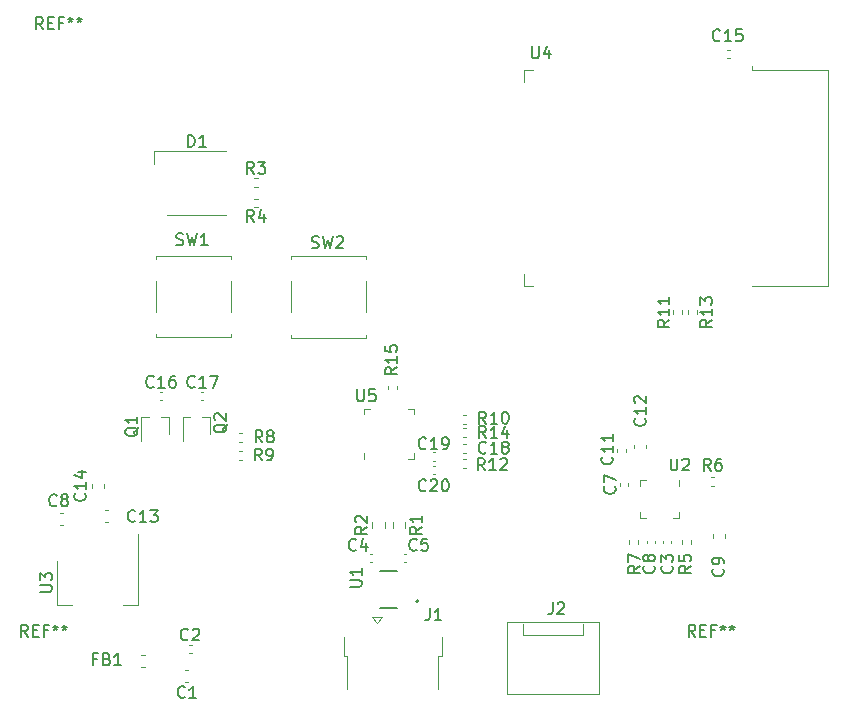
<source format=gbr>
%TF.GenerationSoftware,KiCad,Pcbnew,(6.0.7)*%
%TF.CreationDate,2022-10-04T00:35:33-03:00*%
%TF.ProjectId,wireless,77697265-6c65-4737-932e-6b696361645f,rev?*%
%TF.SameCoordinates,Original*%
%TF.FileFunction,Legend,Top*%
%TF.FilePolarity,Positive*%
%FSLAX46Y46*%
G04 Gerber Fmt 4.6, Leading zero omitted, Abs format (unit mm)*
G04 Created by KiCad (PCBNEW (6.0.7)) date 2022-10-04 00:35:33*
%MOMM*%
%LPD*%
G01*
G04 APERTURE LIST*
%ADD10C,0.150000*%
%ADD11C,0.120000*%
%ADD12C,0.127000*%
%ADD13C,0.200000*%
G04 APERTURE END LIST*
D10*
%TO.C,REF\u002A\u002A*%
X129411666Y-121122380D02*
X129078333Y-120646190D01*
X128840238Y-121122380D02*
X128840238Y-120122380D01*
X129221190Y-120122380D01*
X129316428Y-120170000D01*
X129364047Y-120217619D01*
X129411666Y-120312857D01*
X129411666Y-120455714D01*
X129364047Y-120550952D01*
X129316428Y-120598571D01*
X129221190Y-120646190D01*
X128840238Y-120646190D01*
X129840238Y-120598571D02*
X130173571Y-120598571D01*
X130316428Y-121122380D02*
X129840238Y-121122380D01*
X129840238Y-120122380D01*
X130316428Y-120122380D01*
X131078333Y-120598571D02*
X130745000Y-120598571D01*
X130745000Y-121122380D02*
X130745000Y-120122380D01*
X131221190Y-120122380D01*
X131745000Y-120122380D02*
X131745000Y-120360476D01*
X131506904Y-120265238D02*
X131745000Y-120360476D01*
X131983095Y-120265238D01*
X131602142Y-120550952D02*
X131745000Y-120360476D01*
X131887857Y-120550952D01*
X132506904Y-120122380D02*
X132506904Y-120360476D01*
X132268809Y-120265238D02*
X132506904Y-120360476D01*
X132745000Y-120265238D01*
X132364047Y-120550952D02*
X132506904Y-120360476D01*
X132649761Y-120550952D01*
X72896666Y-121122380D02*
X72563333Y-120646190D01*
X72325238Y-121122380D02*
X72325238Y-120122380D01*
X72706190Y-120122380D01*
X72801428Y-120170000D01*
X72849047Y-120217619D01*
X72896666Y-120312857D01*
X72896666Y-120455714D01*
X72849047Y-120550952D01*
X72801428Y-120598571D01*
X72706190Y-120646190D01*
X72325238Y-120646190D01*
X73325238Y-120598571D02*
X73658571Y-120598571D01*
X73801428Y-121122380D02*
X73325238Y-121122380D01*
X73325238Y-120122380D01*
X73801428Y-120122380D01*
X74563333Y-120598571D02*
X74230000Y-120598571D01*
X74230000Y-121122380D02*
X74230000Y-120122380D01*
X74706190Y-120122380D01*
X75230000Y-120122380D02*
X75230000Y-120360476D01*
X74991904Y-120265238D02*
X75230000Y-120360476D01*
X75468095Y-120265238D01*
X75087142Y-120550952D02*
X75230000Y-120360476D01*
X75372857Y-120550952D01*
X75991904Y-120122380D02*
X75991904Y-120360476D01*
X75753809Y-120265238D02*
X75991904Y-120360476D01*
X76230000Y-120265238D01*
X75849047Y-120550952D02*
X75991904Y-120360476D01*
X76134761Y-120550952D01*
X74166666Y-69687380D02*
X73833333Y-69211190D01*
X73595238Y-69687380D02*
X73595238Y-68687380D01*
X73976190Y-68687380D01*
X74071428Y-68735000D01*
X74119047Y-68782619D01*
X74166666Y-68877857D01*
X74166666Y-69020714D01*
X74119047Y-69115952D01*
X74071428Y-69163571D01*
X73976190Y-69211190D01*
X73595238Y-69211190D01*
X74595238Y-69163571D02*
X74928571Y-69163571D01*
X75071428Y-69687380D02*
X74595238Y-69687380D01*
X74595238Y-68687380D01*
X75071428Y-68687380D01*
X75833333Y-69163571D02*
X75500000Y-69163571D01*
X75500000Y-69687380D02*
X75500000Y-68687380D01*
X75976190Y-68687380D01*
X76500000Y-68687380D02*
X76500000Y-68925476D01*
X76261904Y-68830238D02*
X76500000Y-68925476D01*
X76738095Y-68830238D01*
X76357142Y-69115952D02*
X76500000Y-68925476D01*
X76642857Y-69115952D01*
X77261904Y-68687380D02*
X77261904Y-68925476D01*
X77023809Y-68830238D02*
X77261904Y-68925476D01*
X77500000Y-68830238D01*
X77119047Y-69115952D02*
X77261904Y-68925476D01*
X77404761Y-69115952D01*
%TO.C,R15*%
X104146380Y-98334857D02*
X103670190Y-98668190D01*
X104146380Y-98906285D02*
X103146380Y-98906285D01*
X103146380Y-98525333D01*
X103194000Y-98430095D01*
X103241619Y-98382476D01*
X103336857Y-98334857D01*
X103479714Y-98334857D01*
X103574952Y-98382476D01*
X103622571Y-98430095D01*
X103670190Y-98525333D01*
X103670190Y-98906285D01*
X104146380Y-97382476D02*
X104146380Y-97953904D01*
X104146380Y-97668190D02*
X103146380Y-97668190D01*
X103289238Y-97763428D01*
X103384476Y-97858666D01*
X103432095Y-97953904D01*
X103146380Y-96477714D02*
X103146380Y-96953904D01*
X103622571Y-97001523D01*
X103574952Y-96953904D01*
X103527333Y-96858666D01*
X103527333Y-96620571D01*
X103574952Y-96525333D01*
X103622571Y-96477714D01*
X103717809Y-96430095D01*
X103955904Y-96430095D01*
X104051142Y-96477714D01*
X104098761Y-96525333D01*
X104146380Y-96620571D01*
X104146380Y-96858666D01*
X104098761Y-96953904D01*
X104051142Y-97001523D01*
%TO.C,J1*%
X106916666Y-118734380D02*
X106916666Y-119448666D01*
X106869047Y-119591523D01*
X106773809Y-119686761D01*
X106630952Y-119734380D01*
X106535714Y-119734380D01*
X107916666Y-119734380D02*
X107345238Y-119734380D01*
X107630952Y-119734380D02*
X107630952Y-118734380D01*
X107535714Y-118877238D01*
X107440476Y-118972476D01*
X107345238Y-119020095D01*
%TO.C,U5*%
X100773095Y-100192380D02*
X100773095Y-101001904D01*
X100820714Y-101097142D01*
X100868333Y-101144761D01*
X100963571Y-101192380D01*
X101154047Y-101192380D01*
X101249285Y-101144761D01*
X101296904Y-101097142D01*
X101344523Y-101001904D01*
X101344523Y-100192380D01*
X102296904Y-100192380D02*
X101820714Y-100192380D01*
X101773095Y-100668571D01*
X101820714Y-100620952D01*
X101915952Y-100573333D01*
X102154047Y-100573333D01*
X102249285Y-100620952D01*
X102296904Y-100668571D01*
X102344523Y-100763809D01*
X102344523Y-101001904D01*
X102296904Y-101097142D01*
X102249285Y-101144761D01*
X102154047Y-101192380D01*
X101915952Y-101192380D01*
X101820714Y-101144761D01*
X101773095Y-101097142D01*
%TO.C,R8*%
X92753133Y-104668580D02*
X92419800Y-104192390D01*
X92181704Y-104668580D02*
X92181704Y-103668580D01*
X92562657Y-103668580D01*
X92657895Y-103716200D01*
X92705514Y-103763819D01*
X92753133Y-103859057D01*
X92753133Y-104001914D01*
X92705514Y-104097152D01*
X92657895Y-104144771D01*
X92562657Y-104192390D01*
X92181704Y-104192390D01*
X93324561Y-104097152D02*
X93229323Y-104049533D01*
X93181704Y-104001914D01*
X93134085Y-103906676D01*
X93134085Y-103859057D01*
X93181704Y-103763819D01*
X93229323Y-103716200D01*
X93324561Y-103668580D01*
X93515038Y-103668580D01*
X93610276Y-103716200D01*
X93657895Y-103763819D01*
X93705514Y-103859057D01*
X93705514Y-103906676D01*
X93657895Y-104001914D01*
X93610276Y-104049533D01*
X93515038Y-104097152D01*
X93324561Y-104097152D01*
X93229323Y-104144771D01*
X93181704Y-104192390D01*
X93134085Y-104287628D01*
X93134085Y-104478104D01*
X93181704Y-104573342D01*
X93229323Y-104620961D01*
X93324561Y-104668580D01*
X93515038Y-104668580D01*
X93610276Y-104620961D01*
X93657895Y-104573342D01*
X93705514Y-104478104D01*
X93705514Y-104287628D01*
X93657895Y-104192390D01*
X93610276Y-104144771D01*
X93515038Y-104097152D01*
%TO.C,C5*%
X105813333Y-113746342D02*
X105765714Y-113793961D01*
X105622857Y-113841580D01*
X105527619Y-113841580D01*
X105384761Y-113793961D01*
X105289523Y-113698723D01*
X105241904Y-113603485D01*
X105194285Y-113413009D01*
X105194285Y-113270152D01*
X105241904Y-113079676D01*
X105289523Y-112984438D01*
X105384761Y-112889200D01*
X105527619Y-112841580D01*
X105622857Y-112841580D01*
X105765714Y-112889200D01*
X105813333Y-112936819D01*
X106718095Y-112841580D02*
X106241904Y-112841580D01*
X106194285Y-113317771D01*
X106241904Y-113270152D01*
X106337142Y-113222533D01*
X106575238Y-113222533D01*
X106670476Y-113270152D01*
X106718095Y-113317771D01*
X106765714Y-113413009D01*
X106765714Y-113651104D01*
X106718095Y-113746342D01*
X106670476Y-113793961D01*
X106575238Y-113841580D01*
X106337142Y-113841580D01*
X106241904Y-113793961D01*
X106194285Y-113746342D01*
%TO.C,C2*%
X86457283Y-121342742D02*
X86409664Y-121390361D01*
X86266807Y-121437980D01*
X86171569Y-121437980D01*
X86028711Y-121390361D01*
X85933473Y-121295123D01*
X85885854Y-121199885D01*
X85838235Y-121009409D01*
X85838235Y-120866552D01*
X85885854Y-120676076D01*
X85933473Y-120580838D01*
X86028711Y-120485600D01*
X86171569Y-120437980D01*
X86266807Y-120437980D01*
X86409664Y-120485600D01*
X86457283Y-120533219D01*
X86838235Y-120533219D02*
X86885854Y-120485600D01*
X86981092Y-120437980D01*
X87219188Y-120437980D01*
X87314426Y-120485600D01*
X87362045Y-120533219D01*
X87409664Y-120628457D01*
X87409664Y-120723695D01*
X87362045Y-120866552D01*
X86790616Y-121437980D01*
X87409664Y-121437980D01*
%TO.C,C13*%
X81977142Y-111317142D02*
X81929523Y-111364761D01*
X81786666Y-111412380D01*
X81691428Y-111412380D01*
X81548571Y-111364761D01*
X81453333Y-111269523D01*
X81405714Y-111174285D01*
X81358095Y-110983809D01*
X81358095Y-110840952D01*
X81405714Y-110650476D01*
X81453333Y-110555238D01*
X81548571Y-110460000D01*
X81691428Y-110412380D01*
X81786666Y-110412380D01*
X81929523Y-110460000D01*
X81977142Y-110507619D01*
X82929523Y-111412380D02*
X82358095Y-111412380D01*
X82643809Y-111412380D02*
X82643809Y-110412380D01*
X82548571Y-110555238D01*
X82453333Y-110650476D01*
X82358095Y-110698095D01*
X83262857Y-110412380D02*
X83881904Y-110412380D01*
X83548571Y-110793333D01*
X83691428Y-110793333D01*
X83786666Y-110840952D01*
X83834285Y-110888571D01*
X83881904Y-110983809D01*
X83881904Y-111221904D01*
X83834285Y-111317142D01*
X83786666Y-111364761D01*
X83691428Y-111412380D01*
X83405714Y-111412380D01*
X83310476Y-111364761D01*
X83262857Y-111317142D01*
%TO.C,R7*%
X124720380Y-115130666D02*
X124244190Y-115464000D01*
X124720380Y-115702095D02*
X123720380Y-115702095D01*
X123720380Y-115321142D01*
X123768000Y-115225904D01*
X123815619Y-115178285D01*
X123910857Y-115130666D01*
X124053714Y-115130666D01*
X124148952Y-115178285D01*
X124196571Y-115225904D01*
X124244190Y-115321142D01*
X124244190Y-115702095D01*
X123720380Y-114797333D02*
X123720380Y-114130666D01*
X124720380Y-114559238D01*
%TO.C,C17*%
X87017142Y-99947142D02*
X86969523Y-99994761D01*
X86826666Y-100042380D01*
X86731428Y-100042380D01*
X86588571Y-99994761D01*
X86493333Y-99899523D01*
X86445714Y-99804285D01*
X86398095Y-99613809D01*
X86398095Y-99470952D01*
X86445714Y-99280476D01*
X86493333Y-99185238D01*
X86588571Y-99090000D01*
X86731428Y-99042380D01*
X86826666Y-99042380D01*
X86969523Y-99090000D01*
X87017142Y-99137619D01*
X87969523Y-100042380D02*
X87398095Y-100042380D01*
X87683809Y-100042380D02*
X87683809Y-99042380D01*
X87588571Y-99185238D01*
X87493333Y-99280476D01*
X87398095Y-99328095D01*
X88302857Y-99042380D02*
X88969523Y-99042380D01*
X88540952Y-100042380D01*
%TO.C,C8*%
X75333333Y-109987142D02*
X75285714Y-110034761D01*
X75142857Y-110082380D01*
X75047619Y-110082380D01*
X74904761Y-110034761D01*
X74809523Y-109939523D01*
X74761904Y-109844285D01*
X74714285Y-109653809D01*
X74714285Y-109510952D01*
X74761904Y-109320476D01*
X74809523Y-109225238D01*
X74904761Y-109130000D01*
X75047619Y-109082380D01*
X75142857Y-109082380D01*
X75285714Y-109130000D01*
X75333333Y-109177619D01*
X75904761Y-109510952D02*
X75809523Y-109463333D01*
X75761904Y-109415714D01*
X75714285Y-109320476D01*
X75714285Y-109272857D01*
X75761904Y-109177619D01*
X75809523Y-109130000D01*
X75904761Y-109082380D01*
X76095238Y-109082380D01*
X76190476Y-109130000D01*
X76238095Y-109177619D01*
X76285714Y-109272857D01*
X76285714Y-109320476D01*
X76238095Y-109415714D01*
X76190476Y-109463333D01*
X76095238Y-109510952D01*
X75904761Y-109510952D01*
X75809523Y-109558571D01*
X75761904Y-109606190D01*
X75714285Y-109701428D01*
X75714285Y-109891904D01*
X75761904Y-109987142D01*
X75809523Y-110034761D01*
X75904761Y-110082380D01*
X76095238Y-110082380D01*
X76190476Y-110034761D01*
X76238095Y-109987142D01*
X76285714Y-109891904D01*
X76285714Y-109701428D01*
X76238095Y-109606190D01*
X76190476Y-109558571D01*
X76095238Y-109510952D01*
%TO.C,C3*%
X127419142Y-115130666D02*
X127466761Y-115178285D01*
X127514380Y-115321142D01*
X127514380Y-115416380D01*
X127466761Y-115559238D01*
X127371523Y-115654476D01*
X127276285Y-115702095D01*
X127085809Y-115749714D01*
X126942952Y-115749714D01*
X126752476Y-115702095D01*
X126657238Y-115654476D01*
X126562000Y-115559238D01*
X126514380Y-115416380D01*
X126514380Y-115321142D01*
X126562000Y-115178285D01*
X126609619Y-115130666D01*
X126514380Y-114797333D02*
X126514380Y-114178285D01*
X126895333Y-114511619D01*
X126895333Y-114368761D01*
X126942952Y-114273523D01*
X126990571Y-114225904D01*
X127085809Y-114178285D01*
X127323904Y-114178285D01*
X127419142Y-114225904D01*
X127466761Y-114273523D01*
X127514380Y-114368761D01*
X127514380Y-114654476D01*
X127466761Y-114749714D01*
X127419142Y-114797333D01*
%TO.C,C4*%
X100682533Y-113746342D02*
X100634914Y-113793961D01*
X100492057Y-113841580D01*
X100396819Y-113841580D01*
X100253961Y-113793961D01*
X100158723Y-113698723D01*
X100111104Y-113603485D01*
X100063485Y-113413009D01*
X100063485Y-113270152D01*
X100111104Y-113079676D01*
X100158723Y-112984438D01*
X100253961Y-112889200D01*
X100396819Y-112841580D01*
X100492057Y-112841580D01*
X100634914Y-112889200D01*
X100682533Y-112936819D01*
X101539676Y-113174914D02*
X101539676Y-113841580D01*
X101301580Y-112793961D02*
X101063485Y-113508247D01*
X101682533Y-113508247D01*
%TO.C,C19*%
X106607142Y-105161142D02*
X106559523Y-105208761D01*
X106416666Y-105256380D01*
X106321428Y-105256380D01*
X106178571Y-105208761D01*
X106083333Y-105113523D01*
X106035714Y-105018285D01*
X105988095Y-104827809D01*
X105988095Y-104684952D01*
X106035714Y-104494476D01*
X106083333Y-104399238D01*
X106178571Y-104304000D01*
X106321428Y-104256380D01*
X106416666Y-104256380D01*
X106559523Y-104304000D01*
X106607142Y-104351619D01*
X107559523Y-105256380D02*
X106988095Y-105256380D01*
X107273809Y-105256380D02*
X107273809Y-104256380D01*
X107178571Y-104399238D01*
X107083333Y-104494476D01*
X106988095Y-104542095D01*
X108035714Y-105256380D02*
X108226190Y-105256380D01*
X108321428Y-105208761D01*
X108369047Y-105161142D01*
X108464285Y-105018285D01*
X108511904Y-104827809D01*
X108511904Y-104446857D01*
X108464285Y-104351619D01*
X108416666Y-104304000D01*
X108321428Y-104256380D01*
X108130952Y-104256380D01*
X108035714Y-104304000D01*
X107988095Y-104351619D01*
X107940476Y-104446857D01*
X107940476Y-104684952D01*
X107988095Y-104780190D01*
X108035714Y-104827809D01*
X108130952Y-104875428D01*
X108321428Y-104875428D01*
X108416666Y-104827809D01*
X108464285Y-104780190D01*
X108511904Y-104684952D01*
%TO.C,C14*%
X77729142Y-109002857D02*
X77776761Y-109050476D01*
X77824380Y-109193333D01*
X77824380Y-109288571D01*
X77776761Y-109431428D01*
X77681523Y-109526666D01*
X77586285Y-109574285D01*
X77395809Y-109621904D01*
X77252952Y-109621904D01*
X77062476Y-109574285D01*
X76967238Y-109526666D01*
X76872000Y-109431428D01*
X76824380Y-109288571D01*
X76824380Y-109193333D01*
X76872000Y-109050476D01*
X76919619Y-109002857D01*
X77824380Y-108050476D02*
X77824380Y-108621904D01*
X77824380Y-108336190D02*
X76824380Y-108336190D01*
X76967238Y-108431428D01*
X77062476Y-108526666D01*
X77110095Y-108621904D01*
X77157714Y-107193333D02*
X77824380Y-107193333D01*
X76776761Y-107431428D02*
X77491047Y-107669523D01*
X77491047Y-107050476D01*
%TO.C,R14*%
X111687142Y-104312980D02*
X111353809Y-103836790D01*
X111115714Y-104312980D02*
X111115714Y-103312980D01*
X111496666Y-103312980D01*
X111591904Y-103360600D01*
X111639523Y-103408219D01*
X111687142Y-103503457D01*
X111687142Y-103646314D01*
X111639523Y-103741552D01*
X111591904Y-103789171D01*
X111496666Y-103836790D01*
X111115714Y-103836790D01*
X112639523Y-104312980D02*
X112068095Y-104312980D01*
X112353809Y-104312980D02*
X112353809Y-103312980D01*
X112258571Y-103455838D01*
X112163333Y-103551076D01*
X112068095Y-103598695D01*
X113496666Y-103646314D02*
X113496666Y-104312980D01*
X113258571Y-103265361D02*
X113020476Y-103979647D01*
X113639523Y-103979647D01*
%TO.C,R2*%
X101617380Y-111825066D02*
X101141190Y-112158400D01*
X101617380Y-112396495D02*
X100617380Y-112396495D01*
X100617380Y-112015542D01*
X100665000Y-111920304D01*
X100712619Y-111872685D01*
X100807857Y-111825066D01*
X100950714Y-111825066D01*
X101045952Y-111872685D01*
X101093571Y-111920304D01*
X101141190Y-112015542D01*
X101141190Y-112396495D01*
X100712619Y-111444114D02*
X100665000Y-111396495D01*
X100617380Y-111301257D01*
X100617380Y-111063161D01*
X100665000Y-110967923D01*
X100712619Y-110920304D01*
X100807857Y-110872685D01*
X100903095Y-110872685D01*
X101045952Y-110920304D01*
X101617380Y-111491733D01*
X101617380Y-110872685D01*
%TO.C,C20*%
X106607142Y-108717142D02*
X106559523Y-108764761D01*
X106416666Y-108812380D01*
X106321428Y-108812380D01*
X106178571Y-108764761D01*
X106083333Y-108669523D01*
X106035714Y-108574285D01*
X105988095Y-108383809D01*
X105988095Y-108240952D01*
X106035714Y-108050476D01*
X106083333Y-107955238D01*
X106178571Y-107860000D01*
X106321428Y-107812380D01*
X106416666Y-107812380D01*
X106559523Y-107860000D01*
X106607142Y-107907619D01*
X106988095Y-107907619D02*
X107035714Y-107860000D01*
X107130952Y-107812380D01*
X107369047Y-107812380D01*
X107464285Y-107860000D01*
X107511904Y-107907619D01*
X107559523Y-108002857D01*
X107559523Y-108098095D01*
X107511904Y-108240952D01*
X106940476Y-108812380D01*
X107559523Y-108812380D01*
X108178571Y-107812380D02*
X108273809Y-107812380D01*
X108369047Y-107860000D01*
X108416666Y-107907619D01*
X108464285Y-108002857D01*
X108511904Y-108193333D01*
X108511904Y-108431428D01*
X108464285Y-108621904D01*
X108416666Y-108717142D01*
X108369047Y-108764761D01*
X108273809Y-108812380D01*
X108178571Y-108812380D01*
X108083333Y-108764761D01*
X108035714Y-108717142D01*
X107988095Y-108621904D01*
X107940476Y-108431428D01*
X107940476Y-108193333D01*
X107988095Y-108002857D01*
X108035714Y-107907619D01*
X108083333Y-107860000D01*
X108178571Y-107812380D01*
%TO.C,R13*%
X130816380Y-94301657D02*
X130340190Y-94634990D01*
X130816380Y-94873085D02*
X129816380Y-94873085D01*
X129816380Y-94492133D01*
X129864000Y-94396895D01*
X129911619Y-94349276D01*
X130006857Y-94301657D01*
X130149714Y-94301657D01*
X130244952Y-94349276D01*
X130292571Y-94396895D01*
X130340190Y-94492133D01*
X130340190Y-94873085D01*
X130816380Y-93349276D02*
X130816380Y-93920704D01*
X130816380Y-93634990D02*
X129816380Y-93634990D01*
X129959238Y-93730228D01*
X130054476Y-93825466D01*
X130102095Y-93920704D01*
X129816380Y-93015942D02*
X129816380Y-92396895D01*
X130197333Y-92730228D01*
X130197333Y-92587371D01*
X130244952Y-92492133D01*
X130292571Y-92444514D01*
X130387809Y-92396895D01*
X130625904Y-92396895D01*
X130721142Y-92444514D01*
X130768761Y-92492133D01*
X130816380Y-92587371D01*
X130816380Y-92873085D01*
X130768761Y-92968323D01*
X130721142Y-93015942D01*
%TO.C,U1*%
X100149180Y-116894304D02*
X100958704Y-116894304D01*
X101053942Y-116846685D01*
X101101561Y-116799066D01*
X101149180Y-116703828D01*
X101149180Y-116513352D01*
X101101561Y-116418114D01*
X101053942Y-116370495D01*
X100958704Y-116322876D01*
X100149180Y-116322876D01*
X101149180Y-115322876D02*
X101149180Y-115894304D01*
X101149180Y-115608590D02*
X100149180Y-115608590D01*
X100292038Y-115703828D01*
X100387276Y-115799066D01*
X100434895Y-115894304D01*
%TO.C,R11*%
X127222180Y-94301657D02*
X126745990Y-94634990D01*
X127222180Y-94873085D02*
X126222180Y-94873085D01*
X126222180Y-94492133D01*
X126269800Y-94396895D01*
X126317419Y-94349276D01*
X126412657Y-94301657D01*
X126555514Y-94301657D01*
X126650752Y-94349276D01*
X126698371Y-94396895D01*
X126745990Y-94492133D01*
X126745990Y-94873085D01*
X127222180Y-93349276D02*
X127222180Y-93920704D01*
X127222180Y-93634990D02*
X126222180Y-93634990D01*
X126365038Y-93730228D01*
X126460276Y-93825466D01*
X126507895Y-93920704D01*
X127222180Y-92396895D02*
X127222180Y-92968323D01*
X127222180Y-92682609D02*
X126222180Y-92682609D01*
X126365038Y-92777847D01*
X126460276Y-92873085D01*
X126507895Y-92968323D01*
%TO.C,C16*%
X83537142Y-99947142D02*
X83489523Y-99994761D01*
X83346666Y-100042380D01*
X83251428Y-100042380D01*
X83108571Y-99994761D01*
X83013333Y-99899523D01*
X82965714Y-99804285D01*
X82918095Y-99613809D01*
X82918095Y-99470952D01*
X82965714Y-99280476D01*
X83013333Y-99185238D01*
X83108571Y-99090000D01*
X83251428Y-99042380D01*
X83346666Y-99042380D01*
X83489523Y-99090000D01*
X83537142Y-99137619D01*
X84489523Y-100042380D02*
X83918095Y-100042380D01*
X84203809Y-100042380D02*
X84203809Y-99042380D01*
X84108571Y-99185238D01*
X84013333Y-99280476D01*
X83918095Y-99328095D01*
X85346666Y-99042380D02*
X85156190Y-99042380D01*
X85060952Y-99090000D01*
X85013333Y-99137619D01*
X84918095Y-99280476D01*
X84870476Y-99470952D01*
X84870476Y-99851904D01*
X84918095Y-99947142D01*
X84965714Y-99994761D01*
X85060952Y-100042380D01*
X85251428Y-100042380D01*
X85346666Y-99994761D01*
X85394285Y-99947142D01*
X85441904Y-99851904D01*
X85441904Y-99613809D01*
X85394285Y-99518571D01*
X85346666Y-99470952D01*
X85251428Y-99423333D01*
X85060952Y-99423333D01*
X84965714Y-99470952D01*
X84918095Y-99518571D01*
X84870476Y-99613809D01*
%TO.C,C15*%
X131499142Y-70617142D02*
X131451523Y-70664761D01*
X131308666Y-70712380D01*
X131213428Y-70712380D01*
X131070571Y-70664761D01*
X130975333Y-70569523D01*
X130927714Y-70474285D01*
X130880095Y-70283809D01*
X130880095Y-70140952D01*
X130927714Y-69950476D01*
X130975333Y-69855238D01*
X131070571Y-69760000D01*
X131213428Y-69712380D01*
X131308666Y-69712380D01*
X131451523Y-69760000D01*
X131499142Y-69807619D01*
X132451523Y-70712380D02*
X131880095Y-70712380D01*
X132165809Y-70712380D02*
X132165809Y-69712380D01*
X132070571Y-69855238D01*
X131975333Y-69950476D01*
X131880095Y-69998095D01*
X133356285Y-69712380D02*
X132880095Y-69712380D01*
X132832476Y-70188571D01*
X132880095Y-70140952D01*
X132975333Y-70093333D01*
X133213428Y-70093333D01*
X133308666Y-70140952D01*
X133356285Y-70188571D01*
X133403904Y-70283809D01*
X133403904Y-70521904D01*
X133356285Y-70617142D01*
X133308666Y-70664761D01*
X133213428Y-70712380D01*
X132975333Y-70712380D01*
X132880095Y-70664761D01*
X132832476Y-70617142D01*
%TO.C,R3*%
X92046533Y-81922380D02*
X91713200Y-81446190D01*
X91475104Y-81922380D02*
X91475104Y-80922380D01*
X91856057Y-80922380D01*
X91951295Y-80970000D01*
X91998914Y-81017619D01*
X92046533Y-81112857D01*
X92046533Y-81255714D01*
X91998914Y-81350952D01*
X91951295Y-81398571D01*
X91856057Y-81446190D01*
X91475104Y-81446190D01*
X92379866Y-80922380D02*
X92998914Y-80922380D01*
X92665580Y-81303333D01*
X92808438Y-81303333D01*
X92903676Y-81350952D01*
X92951295Y-81398571D01*
X92998914Y-81493809D01*
X92998914Y-81731904D01*
X92951295Y-81827142D01*
X92903676Y-81874761D01*
X92808438Y-81922380D01*
X92522723Y-81922380D01*
X92427485Y-81874761D01*
X92379866Y-81827142D01*
%TO.C,C11*%
X122339142Y-105913657D02*
X122386761Y-105961276D01*
X122434380Y-106104133D01*
X122434380Y-106199371D01*
X122386761Y-106342228D01*
X122291523Y-106437466D01*
X122196285Y-106485085D01*
X122005809Y-106532704D01*
X121862952Y-106532704D01*
X121672476Y-106485085D01*
X121577238Y-106437466D01*
X121482000Y-106342228D01*
X121434380Y-106199371D01*
X121434380Y-106104133D01*
X121482000Y-105961276D01*
X121529619Y-105913657D01*
X122434380Y-104961276D02*
X122434380Y-105532704D01*
X122434380Y-105246990D02*
X121434380Y-105246990D01*
X121577238Y-105342228D01*
X121672476Y-105437466D01*
X121720095Y-105532704D01*
X122434380Y-104008895D02*
X122434380Y-104580323D01*
X122434380Y-104294609D02*
X121434380Y-104294609D01*
X121577238Y-104389847D01*
X121672476Y-104485085D01*
X121720095Y-104580323D01*
%TO.C,C1*%
X86190883Y-126227142D02*
X86143264Y-126274761D01*
X86000407Y-126322380D01*
X85905169Y-126322380D01*
X85762311Y-126274761D01*
X85667073Y-126179523D01*
X85619454Y-126084285D01*
X85571835Y-125893809D01*
X85571835Y-125750952D01*
X85619454Y-125560476D01*
X85667073Y-125465238D01*
X85762311Y-125370000D01*
X85905169Y-125322380D01*
X86000407Y-125322380D01*
X86143264Y-125370000D01*
X86190883Y-125417619D01*
X87143264Y-126322380D02*
X86571835Y-126322380D01*
X86857550Y-126322380D02*
X86857550Y-125322380D01*
X86762311Y-125465238D01*
X86667073Y-125560476D01*
X86571835Y-125608095D01*
%TO.C,C7*%
X122567142Y-108396666D02*
X122614761Y-108444285D01*
X122662380Y-108587142D01*
X122662380Y-108682380D01*
X122614761Y-108825238D01*
X122519523Y-108920476D01*
X122424285Y-108968095D01*
X122233809Y-109015714D01*
X122090952Y-109015714D01*
X121900476Y-108968095D01*
X121805238Y-108920476D01*
X121710000Y-108825238D01*
X121662380Y-108682380D01*
X121662380Y-108587142D01*
X121710000Y-108444285D01*
X121757619Y-108396666D01*
X121662380Y-108063333D02*
X121662380Y-107396666D01*
X122662380Y-107825238D01*
%TO.C,C8*%
X125895142Y-115130666D02*
X125942761Y-115178285D01*
X125990380Y-115321142D01*
X125990380Y-115416380D01*
X125942761Y-115559238D01*
X125847523Y-115654476D01*
X125752285Y-115702095D01*
X125561809Y-115749714D01*
X125418952Y-115749714D01*
X125228476Y-115702095D01*
X125133238Y-115654476D01*
X125038000Y-115559238D01*
X124990380Y-115416380D01*
X124990380Y-115321142D01*
X125038000Y-115178285D01*
X125085619Y-115130666D01*
X125418952Y-114559238D02*
X125371333Y-114654476D01*
X125323714Y-114702095D01*
X125228476Y-114749714D01*
X125180857Y-114749714D01*
X125085619Y-114702095D01*
X125038000Y-114654476D01*
X124990380Y-114559238D01*
X124990380Y-114368761D01*
X125038000Y-114273523D01*
X125085619Y-114225904D01*
X125180857Y-114178285D01*
X125228476Y-114178285D01*
X125323714Y-114225904D01*
X125371333Y-114273523D01*
X125418952Y-114368761D01*
X125418952Y-114559238D01*
X125466571Y-114654476D01*
X125514190Y-114702095D01*
X125609428Y-114749714D01*
X125799904Y-114749714D01*
X125895142Y-114702095D01*
X125942761Y-114654476D01*
X125990380Y-114559238D01*
X125990380Y-114368761D01*
X125942761Y-114273523D01*
X125895142Y-114225904D01*
X125799904Y-114178285D01*
X125609428Y-114178285D01*
X125514190Y-114225904D01*
X125466571Y-114273523D01*
X125418952Y-114368761D01*
%TO.C,U3*%
X73936380Y-117321904D02*
X74745904Y-117321904D01*
X74841142Y-117274285D01*
X74888761Y-117226666D01*
X74936380Y-117131428D01*
X74936380Y-116940952D01*
X74888761Y-116845714D01*
X74841142Y-116798095D01*
X74745904Y-116750476D01*
X73936380Y-116750476D01*
X73936380Y-116369523D02*
X73936380Y-115750476D01*
X74317333Y-116083809D01*
X74317333Y-115940952D01*
X74364952Y-115845714D01*
X74412571Y-115798095D01*
X74507809Y-115750476D01*
X74745904Y-115750476D01*
X74841142Y-115798095D01*
X74888761Y-115845714D01*
X74936380Y-115940952D01*
X74936380Y-116226666D01*
X74888761Y-116321904D01*
X74841142Y-116369523D01*
%TO.C,R10*%
X111687142Y-103097380D02*
X111353809Y-102621190D01*
X111115714Y-103097380D02*
X111115714Y-102097380D01*
X111496666Y-102097380D01*
X111591904Y-102145000D01*
X111639523Y-102192619D01*
X111687142Y-102287857D01*
X111687142Y-102430714D01*
X111639523Y-102525952D01*
X111591904Y-102573571D01*
X111496666Y-102621190D01*
X111115714Y-102621190D01*
X112639523Y-103097380D02*
X112068095Y-103097380D01*
X112353809Y-103097380D02*
X112353809Y-102097380D01*
X112258571Y-102240238D01*
X112163333Y-102335476D01*
X112068095Y-102383095D01*
X113258571Y-102097380D02*
X113353809Y-102097380D01*
X113449047Y-102145000D01*
X113496666Y-102192619D01*
X113544285Y-102287857D01*
X113591904Y-102478333D01*
X113591904Y-102716428D01*
X113544285Y-102906904D01*
X113496666Y-103002142D01*
X113449047Y-103049761D01*
X113353809Y-103097380D01*
X113258571Y-103097380D01*
X113163333Y-103049761D01*
X113115714Y-103002142D01*
X113068095Y-102906904D01*
X113020476Y-102716428D01*
X113020476Y-102478333D01*
X113068095Y-102287857D01*
X113115714Y-102192619D01*
X113163333Y-102145000D01*
X113258571Y-102097380D01*
%TO.C,Q2*%
X89763619Y-103121238D02*
X89716000Y-103216476D01*
X89620761Y-103311714D01*
X89477904Y-103454571D01*
X89430285Y-103549809D01*
X89430285Y-103645047D01*
X89668380Y-103597428D02*
X89620761Y-103692666D01*
X89525523Y-103787904D01*
X89335047Y-103835523D01*
X89001714Y-103835523D01*
X88811238Y-103787904D01*
X88716000Y-103692666D01*
X88668380Y-103597428D01*
X88668380Y-103406952D01*
X88716000Y-103311714D01*
X88811238Y-103216476D01*
X89001714Y-103168857D01*
X89335047Y-103168857D01*
X89525523Y-103216476D01*
X89620761Y-103311714D01*
X89668380Y-103406952D01*
X89668380Y-103597428D01*
X88763619Y-102787904D02*
X88716000Y-102740285D01*
X88668380Y-102645047D01*
X88668380Y-102406952D01*
X88716000Y-102311714D01*
X88763619Y-102264095D01*
X88858857Y-102216476D01*
X88954095Y-102216476D01*
X89096952Y-102264095D01*
X89668380Y-102835523D01*
X89668380Y-102216476D01*
%TO.C,U2*%
X127316095Y-106052380D02*
X127316095Y-106861904D01*
X127363714Y-106957142D01*
X127411333Y-107004761D01*
X127506571Y-107052380D01*
X127697047Y-107052380D01*
X127792285Y-107004761D01*
X127839904Y-106957142D01*
X127887523Y-106861904D01*
X127887523Y-106052380D01*
X128316095Y-106147619D02*
X128363714Y-106100000D01*
X128458952Y-106052380D01*
X128697047Y-106052380D01*
X128792285Y-106100000D01*
X128839904Y-106147619D01*
X128887523Y-106242857D01*
X128887523Y-106338095D01*
X128839904Y-106480952D01*
X128268476Y-107052380D01*
X128887523Y-107052380D01*
%TO.C,SW2*%
X96941666Y-88179761D02*
X97084523Y-88227380D01*
X97322619Y-88227380D01*
X97417857Y-88179761D01*
X97465476Y-88132142D01*
X97513095Y-88036904D01*
X97513095Y-87941666D01*
X97465476Y-87846428D01*
X97417857Y-87798809D01*
X97322619Y-87751190D01*
X97132142Y-87703571D01*
X97036904Y-87655952D01*
X96989285Y-87608333D01*
X96941666Y-87513095D01*
X96941666Y-87417857D01*
X96989285Y-87322619D01*
X97036904Y-87275000D01*
X97132142Y-87227380D01*
X97370238Y-87227380D01*
X97513095Y-87275000D01*
X97846428Y-87227380D02*
X98084523Y-88227380D01*
X98275000Y-87513095D01*
X98465476Y-88227380D01*
X98703571Y-87227380D01*
X99036904Y-87322619D02*
X99084523Y-87275000D01*
X99179761Y-87227380D01*
X99417857Y-87227380D01*
X99513095Y-87275000D01*
X99560714Y-87322619D01*
X99608333Y-87417857D01*
X99608333Y-87513095D01*
X99560714Y-87655952D01*
X98989285Y-88227380D01*
X99608333Y-88227380D01*
%TO.C,C12*%
X125133142Y-102652857D02*
X125180761Y-102700476D01*
X125228380Y-102843333D01*
X125228380Y-102938571D01*
X125180761Y-103081428D01*
X125085523Y-103176666D01*
X124990285Y-103224285D01*
X124799809Y-103271904D01*
X124656952Y-103271904D01*
X124466476Y-103224285D01*
X124371238Y-103176666D01*
X124276000Y-103081428D01*
X124228380Y-102938571D01*
X124228380Y-102843333D01*
X124276000Y-102700476D01*
X124323619Y-102652857D01*
X125228380Y-101700476D02*
X125228380Y-102271904D01*
X125228380Y-101986190D02*
X124228380Y-101986190D01*
X124371238Y-102081428D01*
X124466476Y-102176666D01*
X124514095Y-102271904D01*
X124323619Y-101319523D02*
X124276000Y-101271904D01*
X124228380Y-101176666D01*
X124228380Y-100938571D01*
X124276000Y-100843333D01*
X124323619Y-100795714D01*
X124418857Y-100748095D01*
X124514095Y-100748095D01*
X124656952Y-100795714D01*
X125228380Y-101367142D01*
X125228380Y-100748095D01*
%TO.C,R5*%
X129038380Y-115130666D02*
X128562190Y-115464000D01*
X129038380Y-115702095D02*
X128038380Y-115702095D01*
X128038380Y-115321142D01*
X128086000Y-115225904D01*
X128133619Y-115178285D01*
X128228857Y-115130666D01*
X128371714Y-115130666D01*
X128466952Y-115178285D01*
X128514571Y-115225904D01*
X128562190Y-115321142D01*
X128562190Y-115702095D01*
X128038380Y-114225904D02*
X128038380Y-114702095D01*
X128514571Y-114749714D01*
X128466952Y-114702095D01*
X128419333Y-114606857D01*
X128419333Y-114368761D01*
X128466952Y-114273523D01*
X128514571Y-114225904D01*
X128609809Y-114178285D01*
X128847904Y-114178285D01*
X128943142Y-114225904D01*
X128990761Y-114273523D01*
X129038380Y-114368761D01*
X129038380Y-114606857D01*
X128990761Y-114702095D01*
X128943142Y-114749714D01*
%TO.C,C9*%
X131737142Y-115384666D02*
X131784761Y-115432285D01*
X131832380Y-115575142D01*
X131832380Y-115670380D01*
X131784761Y-115813238D01*
X131689523Y-115908476D01*
X131594285Y-115956095D01*
X131403809Y-116003714D01*
X131260952Y-116003714D01*
X131070476Y-115956095D01*
X130975238Y-115908476D01*
X130880000Y-115813238D01*
X130832380Y-115670380D01*
X130832380Y-115575142D01*
X130880000Y-115432285D01*
X130927619Y-115384666D01*
X131832380Y-114908476D02*
X131832380Y-114718000D01*
X131784761Y-114622761D01*
X131737142Y-114575142D01*
X131594285Y-114479904D01*
X131403809Y-114432285D01*
X131022857Y-114432285D01*
X130927619Y-114479904D01*
X130880000Y-114527523D01*
X130832380Y-114622761D01*
X130832380Y-114813238D01*
X130880000Y-114908476D01*
X130927619Y-114956095D01*
X131022857Y-115003714D01*
X131260952Y-115003714D01*
X131356190Y-114956095D01*
X131403809Y-114908476D01*
X131451428Y-114813238D01*
X131451428Y-114622761D01*
X131403809Y-114527523D01*
X131356190Y-114479904D01*
X131260952Y-114432285D01*
%TO.C,U4*%
X115572895Y-71145980D02*
X115572895Y-71955504D01*
X115620514Y-72050742D01*
X115668133Y-72098361D01*
X115763371Y-72145980D01*
X115953847Y-72145980D01*
X116049085Y-72098361D01*
X116096704Y-72050742D01*
X116144323Y-71955504D01*
X116144323Y-71145980D01*
X117049085Y-71479314D02*
X117049085Y-72145980D01*
X116810990Y-71098361D02*
X116572895Y-71812647D01*
X117191942Y-71812647D01*
%TO.C,R12*%
X111574342Y-107028580D02*
X111241009Y-106552390D01*
X111002914Y-107028580D02*
X111002914Y-106028580D01*
X111383866Y-106028580D01*
X111479104Y-106076200D01*
X111526723Y-106123819D01*
X111574342Y-106219057D01*
X111574342Y-106361914D01*
X111526723Y-106457152D01*
X111479104Y-106504771D01*
X111383866Y-106552390D01*
X111002914Y-106552390D01*
X112526723Y-107028580D02*
X111955295Y-107028580D01*
X112241009Y-107028580D02*
X112241009Y-106028580D01*
X112145771Y-106171438D01*
X112050533Y-106266676D01*
X111955295Y-106314295D01*
X112907676Y-106123819D02*
X112955295Y-106076200D01*
X113050533Y-106028580D01*
X113288628Y-106028580D01*
X113383866Y-106076200D01*
X113431485Y-106123819D01*
X113479104Y-106219057D01*
X113479104Y-106314295D01*
X113431485Y-106457152D01*
X112860057Y-107028580D01*
X113479104Y-107028580D01*
%TO.C,R6*%
X130703333Y-107075380D02*
X130370000Y-106599190D01*
X130131904Y-107075380D02*
X130131904Y-106075380D01*
X130512857Y-106075380D01*
X130608095Y-106123000D01*
X130655714Y-106170619D01*
X130703333Y-106265857D01*
X130703333Y-106408714D01*
X130655714Y-106503952D01*
X130608095Y-106551571D01*
X130512857Y-106599190D01*
X130131904Y-106599190D01*
X131560476Y-106075380D02*
X131370000Y-106075380D01*
X131274761Y-106123000D01*
X131227142Y-106170619D01*
X131131904Y-106313476D01*
X131084285Y-106503952D01*
X131084285Y-106884904D01*
X131131904Y-106980142D01*
X131179523Y-107027761D01*
X131274761Y-107075380D01*
X131465238Y-107075380D01*
X131560476Y-107027761D01*
X131608095Y-106980142D01*
X131655714Y-106884904D01*
X131655714Y-106646809D01*
X131608095Y-106551571D01*
X131560476Y-106503952D01*
X131465238Y-106456333D01*
X131274761Y-106456333D01*
X131179523Y-106503952D01*
X131131904Y-106551571D01*
X131084285Y-106646809D01*
%TO.C,Q1*%
X82257619Y-103395238D02*
X82210000Y-103490476D01*
X82114761Y-103585714D01*
X81971904Y-103728571D01*
X81924285Y-103823809D01*
X81924285Y-103919047D01*
X82162380Y-103871428D02*
X82114761Y-103966666D01*
X82019523Y-104061904D01*
X81829047Y-104109523D01*
X81495714Y-104109523D01*
X81305238Y-104061904D01*
X81210000Y-103966666D01*
X81162380Y-103871428D01*
X81162380Y-103680952D01*
X81210000Y-103585714D01*
X81305238Y-103490476D01*
X81495714Y-103442857D01*
X81829047Y-103442857D01*
X82019523Y-103490476D01*
X82114761Y-103585714D01*
X82162380Y-103680952D01*
X82162380Y-103871428D01*
X82162380Y-102490476D02*
X82162380Y-103061904D01*
X82162380Y-102776190D02*
X81162380Y-102776190D01*
X81305238Y-102871428D01*
X81400476Y-102966666D01*
X81448095Y-103061904D01*
%TO.C,R1*%
X106229180Y-111828666D02*
X105752990Y-112162000D01*
X106229180Y-112400095D02*
X105229180Y-112400095D01*
X105229180Y-112019142D01*
X105276800Y-111923904D01*
X105324419Y-111876285D01*
X105419657Y-111828666D01*
X105562514Y-111828666D01*
X105657752Y-111876285D01*
X105705371Y-111923904D01*
X105752990Y-112019142D01*
X105752990Y-112400095D01*
X106229180Y-110876285D02*
X106229180Y-111447714D01*
X106229180Y-111162000D02*
X105229180Y-111162000D01*
X105372038Y-111257238D01*
X105467276Y-111352476D01*
X105514895Y-111447714D01*
%TO.C,R4*%
X92046533Y-85986380D02*
X91713200Y-85510190D01*
X91475104Y-85986380D02*
X91475104Y-84986380D01*
X91856057Y-84986380D01*
X91951295Y-85034000D01*
X91998914Y-85081619D01*
X92046533Y-85176857D01*
X92046533Y-85319714D01*
X91998914Y-85414952D01*
X91951295Y-85462571D01*
X91856057Y-85510190D01*
X91475104Y-85510190D01*
X92903676Y-85319714D02*
X92903676Y-85986380D01*
X92665580Y-84938761D02*
X92427485Y-85653047D01*
X93046533Y-85653047D01*
%TO.C,SW1*%
X85466666Y-87929761D02*
X85609523Y-87977380D01*
X85847619Y-87977380D01*
X85942857Y-87929761D01*
X85990476Y-87882142D01*
X86038095Y-87786904D01*
X86038095Y-87691666D01*
X85990476Y-87596428D01*
X85942857Y-87548809D01*
X85847619Y-87501190D01*
X85657142Y-87453571D01*
X85561904Y-87405952D01*
X85514285Y-87358333D01*
X85466666Y-87263095D01*
X85466666Y-87167857D01*
X85514285Y-87072619D01*
X85561904Y-87025000D01*
X85657142Y-86977380D01*
X85895238Y-86977380D01*
X86038095Y-87025000D01*
X86371428Y-86977380D02*
X86609523Y-87977380D01*
X86800000Y-87263095D01*
X86990476Y-87977380D01*
X87228571Y-86977380D01*
X88133333Y-87977380D02*
X87561904Y-87977380D01*
X87847619Y-87977380D02*
X87847619Y-86977380D01*
X87752380Y-87120238D01*
X87657142Y-87215476D01*
X87561904Y-87263095D01*
%TO.C,J2*%
X117330666Y-118226380D02*
X117330666Y-118940666D01*
X117283047Y-119083523D01*
X117187809Y-119178761D01*
X117044952Y-119226380D01*
X116949714Y-119226380D01*
X117759238Y-118321619D02*
X117806857Y-118274000D01*
X117902095Y-118226380D01*
X118140190Y-118226380D01*
X118235428Y-118274000D01*
X118283047Y-118321619D01*
X118330666Y-118416857D01*
X118330666Y-118512095D01*
X118283047Y-118654952D01*
X117711619Y-119226380D01*
X118330666Y-119226380D01*
%TO.C,C18*%
X111687142Y-105532142D02*
X111639523Y-105579761D01*
X111496666Y-105627380D01*
X111401428Y-105627380D01*
X111258571Y-105579761D01*
X111163333Y-105484523D01*
X111115714Y-105389285D01*
X111068095Y-105198809D01*
X111068095Y-105055952D01*
X111115714Y-104865476D01*
X111163333Y-104770238D01*
X111258571Y-104675000D01*
X111401428Y-104627380D01*
X111496666Y-104627380D01*
X111639523Y-104675000D01*
X111687142Y-104722619D01*
X112639523Y-105627380D02*
X112068095Y-105627380D01*
X112353809Y-105627380D02*
X112353809Y-104627380D01*
X112258571Y-104770238D01*
X112163333Y-104865476D01*
X112068095Y-104913095D01*
X113210952Y-105055952D02*
X113115714Y-105008333D01*
X113068095Y-104960714D01*
X113020476Y-104865476D01*
X113020476Y-104817857D01*
X113068095Y-104722619D01*
X113115714Y-104675000D01*
X113210952Y-104627380D01*
X113401428Y-104627380D01*
X113496666Y-104675000D01*
X113544285Y-104722619D01*
X113591904Y-104817857D01*
X113591904Y-104865476D01*
X113544285Y-104960714D01*
X113496666Y-105008333D01*
X113401428Y-105055952D01*
X113210952Y-105055952D01*
X113115714Y-105103571D01*
X113068095Y-105151190D01*
X113020476Y-105246428D01*
X113020476Y-105436904D01*
X113068095Y-105532142D01*
X113115714Y-105579761D01*
X113210952Y-105627380D01*
X113401428Y-105627380D01*
X113496666Y-105579761D01*
X113544285Y-105532142D01*
X113591904Y-105436904D01*
X113591904Y-105246428D01*
X113544285Y-105151190D01*
X113496666Y-105103571D01*
X113401428Y-105055952D01*
%TO.C,R9*%
X92702333Y-106202380D02*
X92369000Y-105726190D01*
X92130904Y-106202380D02*
X92130904Y-105202380D01*
X92511857Y-105202380D01*
X92607095Y-105250000D01*
X92654714Y-105297619D01*
X92702333Y-105392857D01*
X92702333Y-105535714D01*
X92654714Y-105630952D01*
X92607095Y-105678571D01*
X92511857Y-105726190D01*
X92130904Y-105726190D01*
X93178523Y-106202380D02*
X93369000Y-106202380D01*
X93464238Y-106154761D01*
X93511857Y-106107142D01*
X93607095Y-105964285D01*
X93654714Y-105773809D01*
X93654714Y-105392857D01*
X93607095Y-105297619D01*
X93559476Y-105250000D01*
X93464238Y-105202380D01*
X93273761Y-105202380D01*
X93178523Y-105250000D01*
X93130904Y-105297619D01*
X93083285Y-105392857D01*
X93083285Y-105630952D01*
X93130904Y-105726190D01*
X93178523Y-105773809D01*
X93273761Y-105821428D01*
X93464238Y-105821428D01*
X93559476Y-105773809D01*
X93607095Y-105726190D01*
X93654714Y-105630952D01*
%TO.C,D1*%
X86445904Y-79658380D02*
X86445904Y-78658380D01*
X86684000Y-78658380D01*
X86826857Y-78706000D01*
X86922095Y-78801238D01*
X86969714Y-78896476D01*
X87017333Y-79086952D01*
X87017333Y-79229809D01*
X86969714Y-79420285D01*
X86922095Y-79515523D01*
X86826857Y-79610761D01*
X86684000Y-79658380D01*
X86445904Y-79658380D01*
X87969714Y-79658380D02*
X87398285Y-79658380D01*
X87684000Y-79658380D02*
X87684000Y-78658380D01*
X87588761Y-78801238D01*
X87493523Y-78896476D01*
X87398285Y-78944095D01*
%TO.C,FB1*%
X78730666Y-123020571D02*
X78397333Y-123020571D01*
X78397333Y-123544380D02*
X78397333Y-122544380D01*
X78873523Y-122544380D01*
X79587809Y-123020571D02*
X79730666Y-123068190D01*
X79778285Y-123115809D01*
X79825904Y-123211047D01*
X79825904Y-123353904D01*
X79778285Y-123449142D01*
X79730666Y-123496761D01*
X79635428Y-123544380D01*
X79254476Y-123544380D01*
X79254476Y-122544380D01*
X79587809Y-122544380D01*
X79683047Y-122592000D01*
X79730666Y-122639619D01*
X79778285Y-122734857D01*
X79778285Y-122830095D01*
X79730666Y-122925333D01*
X79683047Y-122972952D01*
X79587809Y-123020571D01*
X79254476Y-123020571D01*
X80778285Y-123544380D02*
X80206857Y-123544380D01*
X80492571Y-123544380D02*
X80492571Y-122544380D01*
X80397333Y-122687238D01*
X80302095Y-122782476D01*
X80206857Y-122830095D01*
D11*
%TO.C,R15*%
X103379000Y-100178841D02*
X103379000Y-99871559D01*
X104139000Y-100178841D02*
X104139000Y-99871559D01*
%TO.C,J1*%
X102874000Y-119481000D02*
X102474000Y-119931000D01*
X99624000Y-122731000D02*
X99924000Y-122731000D01*
X107924000Y-122731000D02*
X107924000Y-121181000D01*
X102074000Y-119481000D02*
X102874000Y-119481000D01*
X107624000Y-125531000D02*
X107624000Y-122731000D01*
X102474000Y-119931000D02*
X102074000Y-119481000D01*
X99624000Y-122731000D02*
X99624000Y-121181000D01*
X107624000Y-122731000D02*
X107924000Y-122731000D01*
X99924000Y-125531000D02*
X99924000Y-122731000D01*
%TO.C,U5*%
X105589600Y-101826800D02*
X105114600Y-101826800D01*
X101369600Y-101826800D02*
X101844600Y-101826800D01*
X101369600Y-102301800D02*
X101369600Y-101826800D01*
X101369600Y-105571800D02*
X101369600Y-106046800D01*
X105589600Y-105571800D02*
X105589600Y-106046800D01*
X105589600Y-102301800D02*
X105589600Y-101826800D01*
X105589600Y-106046800D02*
X105114600Y-106046800D01*
%TO.C,R8*%
X91066841Y-104621600D02*
X90759559Y-104621600D01*
X91066841Y-103861600D02*
X90759559Y-103861600D01*
%TO.C,C5*%
X104717964Y-114117800D02*
X104933636Y-114117800D01*
X104717964Y-114837800D02*
X104933636Y-114837800D01*
%TO.C,C2*%
X86757186Y-121819400D02*
X86541514Y-121819400D01*
X86757186Y-122539400D02*
X86541514Y-122539400D01*
%TO.C,C13*%
X79423420Y-111410000D02*
X79704580Y-111410000D01*
X79423420Y-110390000D02*
X79704580Y-110390000D01*
%TO.C,R7*%
X123785000Y-112962359D02*
X123785000Y-113269641D01*
X124545000Y-112962359D02*
X124545000Y-113269641D01*
%TO.C,C17*%
X87552164Y-101110000D02*
X87767836Y-101110000D01*
X87552164Y-100390000D02*
X87767836Y-100390000D01*
%TO.C,C8*%
X75894580Y-110644000D02*
X75613420Y-110644000D01*
X75894580Y-111664000D02*
X75613420Y-111664000D01*
%TO.C,C3*%
X127385000Y-113010164D02*
X127385000Y-113225836D01*
X126665000Y-113010164D02*
X126665000Y-113225836D01*
%TO.C,C4*%
X102063436Y-114117800D02*
X101847764Y-114117800D01*
X102063436Y-114837800D02*
X101847764Y-114837800D01*
%TO.C,C19*%
X107181764Y-106252600D02*
X107397436Y-106252600D01*
X107181764Y-105532600D02*
X107397436Y-105532600D01*
%TO.C,C14*%
X79312000Y-108500580D02*
X79312000Y-108219420D01*
X78292000Y-108500580D02*
X78292000Y-108219420D01*
%TO.C,R14*%
X110008641Y-103480600D02*
X109701359Y-103480600D01*
X110008641Y-104240600D02*
X109701359Y-104240600D01*
%TO.C,R2*%
X102072500Y-111895658D02*
X102072500Y-111421142D01*
X103117500Y-111895658D02*
X103117500Y-111421142D01*
%TO.C,C20*%
X107181764Y-106650200D02*
X107397436Y-106650200D01*
X107181764Y-107370200D02*
X107397436Y-107370200D01*
%TO.C,R13*%
X129569800Y-93812441D02*
X129569800Y-93505159D01*
X128809800Y-93812441D02*
X128809800Y-93505159D01*
D12*
%TO.C,U1*%
X102690000Y-115579800D02*
X104190000Y-115579800D01*
X104190000Y-118709800D02*
X102690000Y-118709800D01*
D13*
X105965000Y-118119800D02*
G75*
G03*
X105965000Y-118119800I-100000J0D01*
G01*
D11*
%TO.C,R11*%
X127559800Y-93812441D02*
X127559800Y-93505159D01*
X128319800Y-93812441D02*
X128319800Y-93505159D01*
%TO.C,C16*%
X84072164Y-100390000D02*
X84287836Y-100390000D01*
X84072164Y-101110000D02*
X84287836Y-101110000D01*
%TO.C,C15*%
X132092164Y-71424000D02*
X132307836Y-71424000D01*
X132092164Y-72144000D02*
X132307836Y-72144000D01*
%TO.C,R3*%
X92366841Y-84787800D02*
X92059559Y-84787800D01*
X92366841Y-84027800D02*
X92059559Y-84027800D01*
%TO.C,C11*%
X123538000Y-105470636D02*
X123538000Y-105254964D01*
X122818000Y-105470636D02*
X122818000Y-105254964D01*
%TO.C,C1*%
X86498130Y-123930000D02*
X86216970Y-123930000D01*
X86498130Y-124950000D02*
X86216970Y-124950000D01*
%TO.C,C7*%
X123730000Y-108337836D02*
X123730000Y-108122164D01*
X123010000Y-108337836D02*
X123010000Y-108122164D01*
%TO.C,C8*%
X126025000Y-113008164D02*
X126025000Y-113223836D01*
X125305000Y-113008164D02*
X125305000Y-113223836D01*
%TO.C,U3*%
X82212000Y-112460000D02*
X82212000Y-118470000D01*
X75392000Y-118470000D02*
X76652000Y-118470000D01*
X82212000Y-118470000D02*
X80952000Y-118470000D01*
X75392000Y-114710000D02*
X75392000Y-118470000D01*
%TO.C,R10*%
X110008641Y-102337600D02*
X109701359Y-102337600D01*
X110008641Y-103097600D02*
X109701359Y-103097600D01*
%TO.C,Q2*%
X88320000Y-103930000D02*
X88320000Y-102520000D01*
X87660000Y-102520000D02*
X88320000Y-102520000D01*
X86000000Y-102520000D02*
X86660000Y-102520000D01*
X86000000Y-102520000D02*
X86000000Y-104550000D01*
%TO.C,U2*%
X127985000Y-111078000D02*
X127510000Y-111078000D01*
X124765000Y-108333000D02*
X124765000Y-107858000D01*
X124765000Y-110603000D02*
X124765000Y-111078000D01*
X124765000Y-107858000D02*
X125240000Y-107858000D01*
X127985000Y-110603000D02*
X127985000Y-111078000D01*
X124765000Y-111078000D02*
X125240000Y-111078000D01*
X127985000Y-108333000D02*
X127985000Y-107858000D01*
%TO.C,SW2*%
X95210000Y-88900000D02*
X101510000Y-88900000D01*
X101510000Y-95550000D02*
X101510000Y-95800000D01*
X95210000Y-93650000D02*
X95210000Y-91050000D01*
X101510000Y-88900000D02*
X101510000Y-89150000D01*
X101510000Y-95800000D02*
X95210000Y-95800000D01*
X95210000Y-95800000D02*
X95210000Y-95550000D01*
X95210000Y-89150000D02*
X95210000Y-88900000D01*
X101510000Y-91050000D02*
X101510000Y-93650000D01*
%TO.C,C12*%
X124204000Y-105181980D02*
X124204000Y-104900820D01*
X125224000Y-105181980D02*
X125224000Y-104900820D01*
%TO.C,R5*%
X128285000Y-113269641D02*
X128285000Y-112962359D01*
X129045000Y-113269641D02*
X129045000Y-112962359D01*
%TO.C,C9*%
X130905000Y-112475420D02*
X130905000Y-112756580D01*
X131925000Y-112475420D02*
X131925000Y-112756580D01*
%TO.C,U4*%
X114884800Y-73183600D02*
X114884800Y-74183600D01*
X114884800Y-91423600D02*
X114884800Y-90423600D01*
X115664800Y-91423600D02*
X114884800Y-91423600D01*
X134209800Y-73183600D02*
X134209800Y-72803600D01*
X140629800Y-73183600D02*
X140629800Y-91423600D01*
X140629800Y-91423600D02*
X134209800Y-91423600D01*
X115664800Y-73183600D02*
X114884800Y-73183600D01*
X140629800Y-73183600D02*
X134209800Y-73183600D01*
%TO.C,R12*%
X109726759Y-106120000D02*
X110034041Y-106120000D01*
X109726759Y-106880000D02*
X110034041Y-106880000D01*
%TO.C,R6*%
X131023641Y-108359000D02*
X130716359Y-108359000D01*
X131023641Y-107599000D02*
X130716359Y-107599000D01*
%TO.C,Q1*%
X82500000Y-102520000D02*
X83160000Y-102520000D01*
X84820000Y-103930000D02*
X84820000Y-102520000D01*
X82500000Y-102520000D02*
X82500000Y-104550000D01*
X84160000Y-102520000D02*
X84820000Y-102520000D01*
%TO.C,R1*%
X103774300Y-111895658D02*
X103774300Y-111421142D01*
X104819300Y-111895658D02*
X104819300Y-111421142D01*
%TO.C,R4*%
X92366841Y-82277800D02*
X92059559Y-82277800D01*
X92366841Y-83037800D02*
X92059559Y-83037800D01*
%TO.C,SW1*%
X83760000Y-93625000D02*
X83760000Y-91025000D01*
X90060000Y-91025000D02*
X90060000Y-93625000D01*
X90060000Y-95525000D02*
X90060000Y-95775000D01*
X83760000Y-95775000D02*
X83760000Y-95525000D01*
X83760000Y-88875000D02*
X90060000Y-88875000D01*
X83760000Y-89125000D02*
X83760000Y-88875000D01*
X90060000Y-88875000D02*
X90060000Y-89125000D01*
X90060000Y-95775000D02*
X83760000Y-95775000D01*
%TO.C,J2*%
X114818000Y-121021000D02*
X114818000Y-120011000D01*
X121248000Y-119911000D02*
X121248000Y-125961000D01*
X113448000Y-125961000D02*
X113448000Y-119911000D01*
X121248000Y-125961000D02*
X113448000Y-125961000D01*
X119898000Y-121021000D02*
X114818000Y-121021000D01*
X113448000Y-119911000D02*
X121248000Y-119911000D01*
X119898000Y-120011000D02*
X119898000Y-121021000D01*
%TO.C,C18*%
X109747164Y-104815000D02*
X109962836Y-104815000D01*
X109747164Y-105535000D02*
X109962836Y-105535000D01*
%TO.C,R9*%
X91066841Y-106130000D02*
X90759559Y-106130000D01*
X91066841Y-105370000D02*
X90759559Y-105370000D01*
%TO.C,D1*%
X83584000Y-81106000D02*
X83584000Y-80006000D01*
X83584000Y-80006000D02*
X89684000Y-80006000D01*
X89684000Y-85406000D02*
X84684000Y-85406000D01*
%TO.C,FB1*%
X82774779Y-122654000D02*
X82449221Y-122654000D01*
X82774779Y-123674000D02*
X82449221Y-123674000D01*
%TD*%
M02*

</source>
